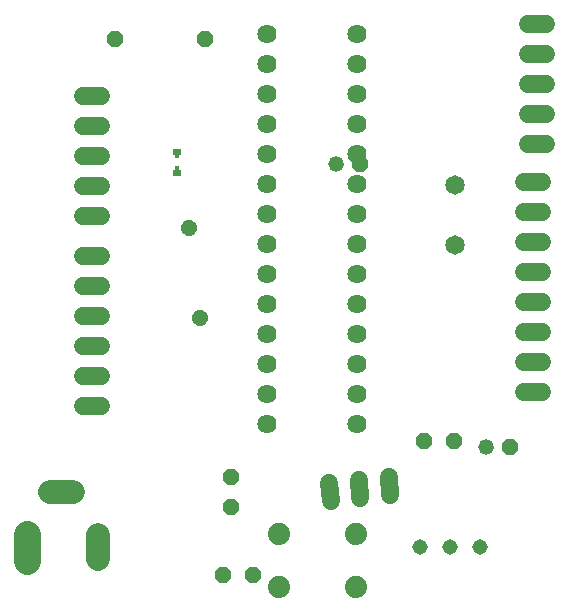
<source format=gbr>
G04 EAGLE Gerber RS-274X export*
G75*
%MOMM*%
%FSLAX34Y34*%
%LPD*%
%INTop Copper*%
%IPPOS*%
%AMOC8*
5,1,8,0,0,1.08239X$1,22.5*%
G01*
%ADD10P,1.429621X8X112.500000*%
%ADD11P,1.429621X8X22.500000*%
%ADD12C,1.320800*%
%ADD13P,1.429621X8X299.900000*%
%ADD14C,2.000000*%
%ADD15C,2.300000*%
%ADD16C,1.524000*%
%ADD17R,0.800000X0.500000*%
%ADD18R,0.350000X0.350000*%
%ADD19C,1.879600*%
%ADD20C,1.308000*%
%ADD21C,1.625600*%
%ADD22C,1.651000*%
%ADD23C,0.406400*%


D10*
X210900Y104500D03*
X210900Y129900D03*
D11*
X320760Y395600D03*
D12*
X300440Y395600D03*
D11*
X113300Y500700D03*
X189500Y500700D03*
X446960Y155600D03*
D12*
X426640Y155600D03*
D13*
X175293Y340583D03*
X185107Y265017D03*
D11*
X204700Y47200D03*
X230100Y47200D03*
X374900Y160700D03*
X400300Y160700D03*
D14*
X98200Y80800D02*
X98200Y60800D01*
X77720Y117790D02*
X57720Y117790D01*
D15*
X38510Y82300D02*
X38510Y59300D01*
D16*
X85980Y350900D02*
X101220Y350900D01*
X101220Y376300D02*
X85980Y376300D01*
X85980Y401700D02*
X101220Y401700D01*
X101220Y427100D02*
X85980Y427100D01*
X85980Y452500D02*
X101220Y452500D01*
X101220Y190600D02*
X85980Y190600D01*
X85980Y216000D02*
X101220Y216000D01*
X101220Y241400D02*
X85980Y241400D01*
X85980Y266800D02*
X101220Y266800D01*
X101220Y292200D02*
X85980Y292200D01*
X85980Y317600D02*
X101220Y317600D01*
X459480Y202000D02*
X474720Y202000D01*
X474720Y227400D02*
X459480Y227400D01*
X459480Y252800D02*
X474720Y252800D01*
X474720Y278200D02*
X459480Y278200D01*
X459480Y303600D02*
X474720Y303600D01*
X474720Y329000D02*
X459480Y329000D01*
X459480Y354400D02*
X474720Y354400D01*
X474720Y379800D02*
X459480Y379800D01*
X462280Y514000D02*
X477520Y514000D01*
X477520Y488600D02*
X462280Y488600D01*
X462280Y463200D02*
X477520Y463200D01*
X477520Y437800D02*
X462280Y437800D01*
X462280Y412400D02*
X477520Y412400D01*
D17*
X165500Y405450D03*
X165500Y387950D03*
D18*
X165500Y391700D03*
X165500Y401700D03*
D19*
X251588Y82006D03*
X316612Y82006D03*
X251588Y36794D03*
X316612Y36794D03*
D20*
X371400Y70800D03*
X396800Y70800D03*
X422200Y70800D03*
D21*
X317600Y174700D03*
X317600Y200100D03*
X317600Y225500D03*
X317600Y250900D03*
X317600Y276300D03*
X317600Y301700D03*
X317600Y327100D03*
X317600Y352500D03*
X317600Y377900D03*
X317600Y403300D03*
X317600Y428700D03*
X317600Y454100D03*
X317600Y479500D03*
X317600Y504900D03*
X241400Y504900D03*
X241400Y479500D03*
X241400Y454100D03*
X241400Y428700D03*
X241400Y403300D03*
X241400Y377900D03*
X241400Y352500D03*
X241400Y327100D03*
X241400Y301700D03*
X241400Y276300D03*
X241400Y250900D03*
X241400Y225500D03*
X241400Y200100D03*
X241400Y174700D03*
D22*
X400600Y326300D03*
X400600Y377100D03*
D16*
X293969Y125060D02*
X295482Y109895D01*
X320757Y112418D02*
X319243Y127582D01*
X344518Y130105D02*
X346031Y114940D01*
D23*
X470000Y300000D02*
X468300Y301700D01*
M02*

</source>
